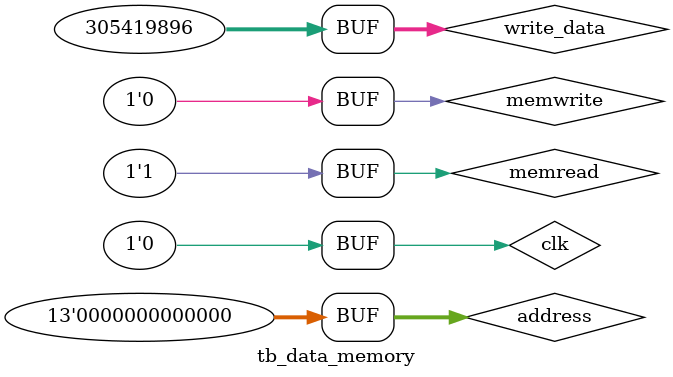
<source format=v>
module data_memory(read_data,address,write_data,memread,memwrite,clk);

output reg[31:0] read_data;
input memread,memwrite,clk;
input [12:0] address;
input [31:0] write_data;

integer file,i;

reg[31:0] mem[0:8191];
/*
always @(memread or memwrite)
begin

	file = $fopen("C:/Code/dataMemory.txt","w");
	for(i=0;i<8192;i=i+1)
	begin   
	$fwrite(file,"%b\n",mem[i]); 
	end
	$fclose(file);$display("end");
	$stop();

end
*/
always@(*)
begin
if(memread == 1)
    read_data<=mem[4];
end

always @(posedge clk)
begin 
if(memwrite == 1)   
     mem[address]<=write_data;
end 

endmodule

module tb_data_memory();
reg clk;
reg [31:0] write_data;
reg [12:0] address;
reg memread,memwrite;
wire [31:0]read_data;
data_memory m (read_data,address,write_data,memread,memwrite,clk);
initial

begin
$monitor("read_data %b,address %b,write_data %b,memread %b,memwrite %b,clk %b",read_data,address,write_data,memread,memwrite,clk);
clk=1;
#5
write_data=32'h12345678;
address=13'b0000000000000;
memwrite=1;
memread=0;
clk=0;

#5
clk=1;
#5

address=13'b0000000000000;
memread=1;
memwrite=0;
clk=0;

end
endmodule

</source>
